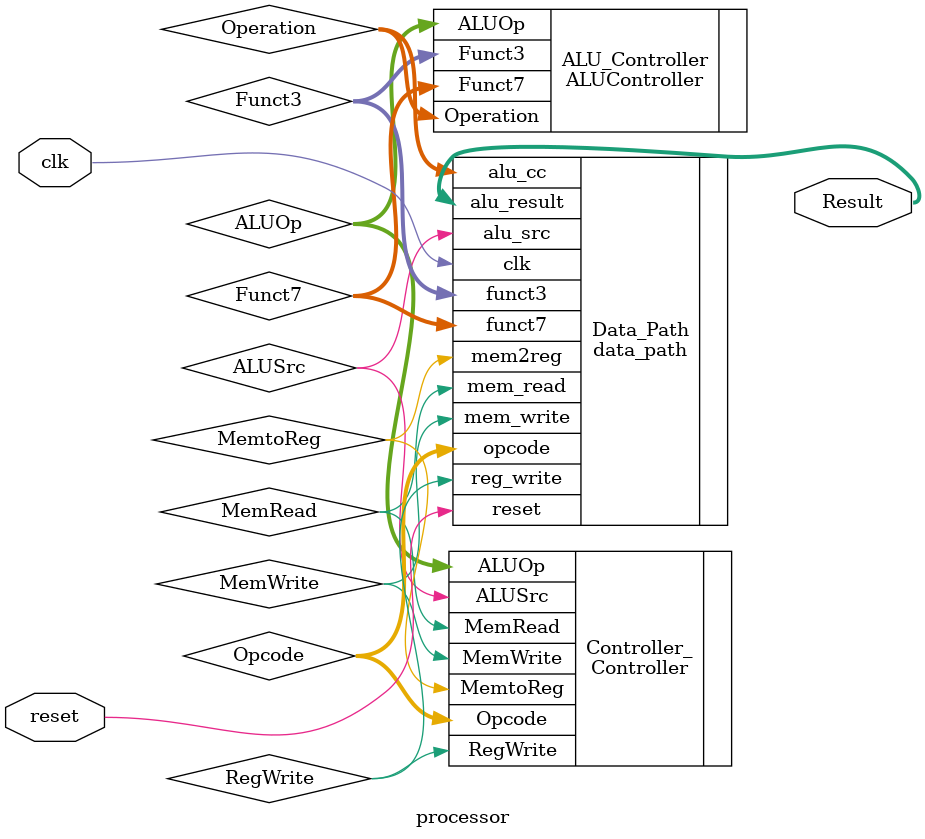
<source format=v>

`timescale 1ns / 1ps

module processor (
    input clk, reset,
    output[31:0] Result
);

// Datapath for data_path module and wires used
    wire[3:0] Operation;
    wire MemtoReg;
    wire MemWrite;
    wire MemRead;
    wire ALUSrc;
    wire RegWrite;
    wire[6:0] Opcode;
    wire[2:0] Funct3;
    wire[6:0] Funct7;
    
    data_path Data_Path(
        .alu_result(Result),
        .clk(clk),
        .reset(reset),
        .funct7(Funct7),
        .funct3(Funct3),
        .opcode(Opcode),
        .mem2reg(MemtoReg),
        .mem_write(MemWrite),
        .mem_read(MemRead),
        .alu_src(ALUSrc),
        .reg_write(RegWrite),
        .alu_cc(Operation)
       );
       
// Datapath for controller and wries used
    wire[1:0] ALUOp;
    Controller Controller_(
        .Opcode(Opcode),
        .ALUOp(ALUOp),
        .MemtoReg(MemtoReg),
        .MemWrite(MemWrite),
        .MemRead(MemRead),
        .ALUSrc(ALUSrc),
        .RegWrite(RegWrite)
      );
      
// Datapath for ALUController and wires used
    ALUController ALU_Controller(
        .Funct3(Funct3),
        .Funct7(Funct7),
        .Operation(Operation),
        .ALUOp(ALUOp)
      );
             
endmodule
</source>
